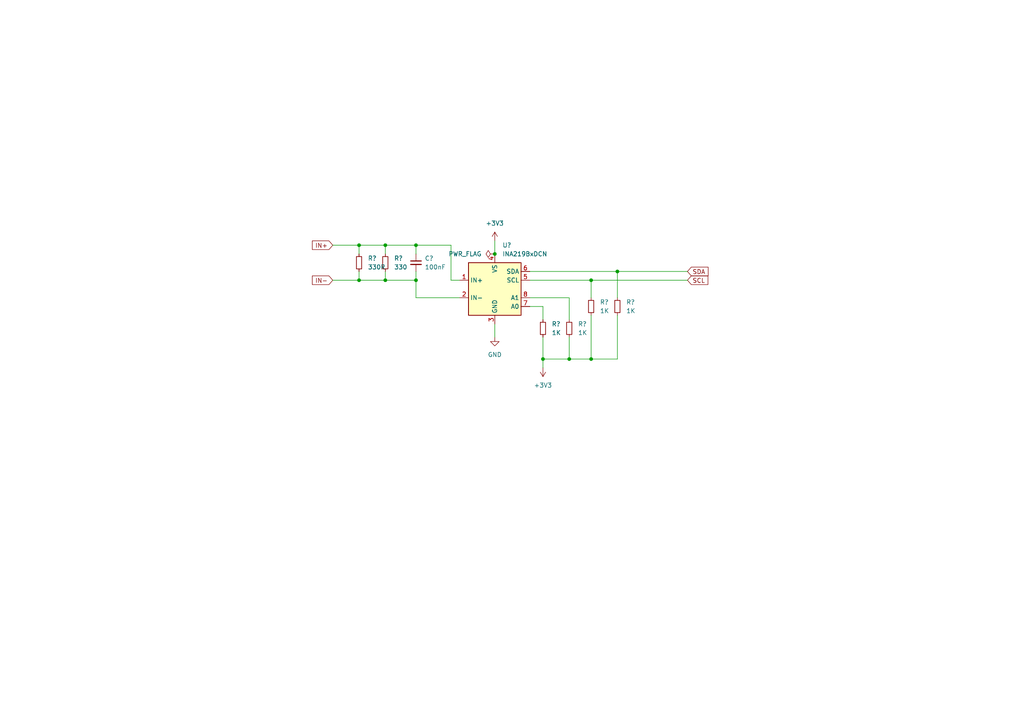
<source format=kicad_sch>
(kicad_sch (version 20230121) (generator eeschema)

  (uuid d7a66b44-d26a-468b-8b57-bf2ac99bf174)

  (paper "A4")

  (lib_symbols
    (symbol "Device:C_Small" (pin_numbers hide) (pin_names (offset 0.254) hide) (in_bom yes) (on_board yes)
      (property "Reference" "C" (at 0.254 1.778 0)
        (effects (font (size 1.27 1.27)) (justify left))
      )
      (property "Value" "C_Small" (at 0.254 -2.032 0)
        (effects (font (size 1.27 1.27)) (justify left))
      )
      (property "Footprint" "" (at 0 0 0)
        (effects (font (size 1.27 1.27)) hide)
      )
      (property "Datasheet" "~" (at 0 0 0)
        (effects (font (size 1.27 1.27)) hide)
      )
      (property "ki_keywords" "capacitor cap" (at 0 0 0)
        (effects (font (size 1.27 1.27)) hide)
      )
      (property "ki_description" "Unpolarized capacitor, small symbol" (at 0 0 0)
        (effects (font (size 1.27 1.27)) hide)
      )
      (property "ki_fp_filters" "C_*" (at 0 0 0)
        (effects (font (size 1.27 1.27)) hide)
      )
      (symbol "C_Small_0_1"
        (polyline
          (pts
            (xy -1.524 -0.508)
            (xy 1.524 -0.508)
          )
          (stroke (width 0.3302) (type default))
          (fill (type none))
        )
        (polyline
          (pts
            (xy -1.524 0.508)
            (xy 1.524 0.508)
          )
          (stroke (width 0.3048) (type default))
          (fill (type none))
        )
      )
      (symbol "C_Small_1_1"
        (pin passive line (at 0 2.54 270) (length 2.032)
          (name "~" (effects (font (size 1.27 1.27))))
          (number "1" (effects (font (size 1.27 1.27))))
        )
        (pin passive line (at 0 -2.54 90) (length 2.032)
          (name "~" (effects (font (size 1.27 1.27))))
          (number "2" (effects (font (size 1.27 1.27))))
        )
      )
    )
    (symbol "Device:R_Small" (pin_numbers hide) (pin_names (offset 0.254) hide) (in_bom yes) (on_board yes)
      (property "Reference" "R" (at 0.762 0.508 0)
        (effects (font (size 1.27 1.27)) (justify left))
      )
      (property "Value" "R_Small" (at 0.762 -1.016 0)
        (effects (font (size 1.27 1.27)) (justify left))
      )
      (property "Footprint" "" (at 0 0 0)
        (effects (font (size 1.27 1.27)) hide)
      )
      (property "Datasheet" "~" (at 0 0 0)
        (effects (font (size 1.27 1.27)) hide)
      )
      (property "ki_keywords" "R resistor" (at 0 0 0)
        (effects (font (size 1.27 1.27)) hide)
      )
      (property "ki_description" "Resistor, small symbol" (at 0 0 0)
        (effects (font (size 1.27 1.27)) hide)
      )
      (property "ki_fp_filters" "R_*" (at 0 0 0)
        (effects (font (size 1.27 1.27)) hide)
      )
      (symbol "R_Small_0_1"
        (rectangle (start -0.762 1.778) (end 0.762 -1.778)
          (stroke (width 0.2032) (type default))
          (fill (type none))
        )
      )
      (symbol "R_Small_1_1"
        (pin passive line (at 0 2.54 270) (length 0.762)
          (name "~" (effects (font (size 1.27 1.27))))
          (number "1" (effects (font (size 1.27 1.27))))
        )
        (pin passive line (at 0 -2.54 90) (length 0.762)
          (name "~" (effects (font (size 1.27 1.27))))
          (number "2" (effects (font (size 1.27 1.27))))
        )
      )
    )
    (symbol "Sensor_Energy:INA219BxDCN" (in_bom yes) (on_board yes)
      (property "Reference" "U" (at -6.35 8.89 0)
        (effects (font (size 1.27 1.27)))
      )
      (property "Value" "INA219BxDCN" (at 6.35 8.89 0)
        (effects (font (size 1.27 1.27)))
      )
      (property "Footprint" "Package_TO_SOT_SMD:SOT-23-8" (at 16.51 -8.89 0)
        (effects (font (size 1.27 1.27)) hide)
      )
      (property "Datasheet" "http://www.ti.com/lit/ds/symlink/ina219.pdf" (at 8.89 -2.54 0)
        (effects (font (size 1.27 1.27)) hide)
      )
      (property "ki_keywords" "ADC I2C 16-Bit Oversampling Current Shunt" (at 0 0 0)
        (effects (font (size 1.27 1.27)) hide)
      )
      (property "ki_description" "Zero-Drift, HighAccuracy, Bidirectional Current/Power Monitor (0-26V) With I2C Interface, SOT-23-8" (at 0 0 0)
        (effects (font (size 1.27 1.27)) hide)
      )
      (property "ki_fp_filters" "SOT?23*" (at 0 0 0)
        (effects (font (size 1.27 1.27)) hide)
      )
      (symbol "INA219BxDCN_0_1"
        (rectangle (start -7.62 7.62) (end 7.62 -7.62)
          (stroke (width 0.254) (type default))
          (fill (type background))
        )
      )
      (symbol "INA219BxDCN_1_1"
        (pin input line (at -10.16 2.54 0) (length 2.54)
          (name "IN+" (effects (font (size 1.27 1.27))))
          (number "1" (effects (font (size 1.27 1.27))))
        )
        (pin input line (at -10.16 -2.54 0) (length 2.54)
          (name "IN-" (effects (font (size 1.27 1.27))))
          (number "2" (effects (font (size 1.27 1.27))))
        )
        (pin power_in line (at 0 -10.16 90) (length 2.54)
          (name "GND" (effects (font (size 1.27 1.27))))
          (number "3" (effects (font (size 1.27 1.27))))
        )
        (pin power_in line (at 0 10.16 270) (length 2.54)
          (name "VS" (effects (font (size 1.27 1.27))))
          (number "4" (effects (font (size 1.27 1.27))))
        )
        (pin input line (at 10.16 2.54 180) (length 2.54)
          (name "SCL" (effects (font (size 1.27 1.27))))
          (number "5" (effects (font (size 1.27 1.27))))
        )
        (pin bidirectional line (at 10.16 5.08 180) (length 2.54)
          (name "SDA" (effects (font (size 1.27 1.27))))
          (number "6" (effects (font (size 1.27 1.27))))
        )
        (pin input line (at 10.16 -5.08 180) (length 2.54)
          (name "A0" (effects (font (size 1.27 1.27))))
          (number "7" (effects (font (size 1.27 1.27))))
        )
        (pin input line (at 10.16 -2.54 180) (length 2.54)
          (name "A1" (effects (font (size 1.27 1.27))))
          (number "8" (effects (font (size 1.27 1.27))))
        )
      )
    )
    (symbol "power:+3V3" (power) (pin_names (offset 0)) (in_bom yes) (on_board yes)
      (property "Reference" "#PWR" (at 0 -3.81 0)
        (effects (font (size 1.27 1.27)) hide)
      )
      (property "Value" "+3V3" (at 0 3.556 0)
        (effects (font (size 1.27 1.27)))
      )
      (property "Footprint" "" (at 0 0 0)
        (effects (font (size 1.27 1.27)) hide)
      )
      (property "Datasheet" "" (at 0 0 0)
        (effects (font (size 1.27 1.27)) hide)
      )
      (property "ki_keywords" "global power" (at 0 0 0)
        (effects (font (size 1.27 1.27)) hide)
      )
      (property "ki_description" "Power symbol creates a global label with name \"+3V3\"" (at 0 0 0)
        (effects (font (size 1.27 1.27)) hide)
      )
      (symbol "+3V3_0_1"
        (polyline
          (pts
            (xy -0.762 1.27)
            (xy 0 2.54)
          )
          (stroke (width 0) (type default))
          (fill (type none))
        )
        (polyline
          (pts
            (xy 0 0)
            (xy 0 2.54)
          )
          (stroke (width 0) (type default))
          (fill (type none))
        )
        (polyline
          (pts
            (xy 0 2.54)
            (xy 0.762 1.27)
          )
          (stroke (width 0) (type default))
          (fill (type none))
        )
      )
      (symbol "+3V3_1_1"
        (pin power_in line (at 0 0 90) (length 0) hide
          (name "+3V3" (effects (font (size 1.27 1.27))))
          (number "1" (effects (font (size 1.27 1.27))))
        )
      )
    )
    (symbol "power:GND" (power) (pin_names (offset 0)) (in_bom yes) (on_board yes)
      (property "Reference" "#PWR" (at 0 -6.35 0)
        (effects (font (size 1.27 1.27)) hide)
      )
      (property "Value" "GND" (at 0 -3.81 0)
        (effects (font (size 1.27 1.27)))
      )
      (property "Footprint" "" (at 0 0 0)
        (effects (font (size 1.27 1.27)) hide)
      )
      (property "Datasheet" "" (at 0 0 0)
        (effects (font (size 1.27 1.27)) hide)
      )
      (property "ki_keywords" "global power" (at 0 0 0)
        (effects (font (size 1.27 1.27)) hide)
      )
      (property "ki_description" "Power symbol creates a global label with name \"GND\" , ground" (at 0 0 0)
        (effects (font (size 1.27 1.27)) hide)
      )
      (symbol "GND_0_1"
        (polyline
          (pts
            (xy 0 0)
            (xy 0 -1.27)
            (xy 1.27 -1.27)
            (xy 0 -2.54)
            (xy -1.27 -1.27)
            (xy 0 -1.27)
          )
          (stroke (width 0) (type default))
          (fill (type none))
        )
      )
      (symbol "GND_1_1"
        (pin power_in line (at 0 0 270) (length 0) hide
          (name "GND" (effects (font (size 1.27 1.27))))
          (number "1" (effects (font (size 1.27 1.27))))
        )
      )
    )
    (symbol "power:PWR_FLAG" (power) (pin_numbers hide) (pin_names (offset 0) hide) (in_bom yes) (on_board yes)
      (property "Reference" "#FLG" (at 0 1.905 0)
        (effects (font (size 1.27 1.27)) hide)
      )
      (property "Value" "PWR_FLAG" (at 0 3.81 0)
        (effects (font (size 1.27 1.27)))
      )
      (property "Footprint" "" (at 0 0 0)
        (effects (font (size 1.27 1.27)) hide)
      )
      (property "Datasheet" "~" (at 0 0 0)
        (effects (font (size 1.27 1.27)) hide)
      )
      (property "ki_keywords" "flag power" (at 0 0 0)
        (effects (font (size 1.27 1.27)) hide)
      )
      (property "ki_description" "Special symbol for telling ERC where power comes from" (at 0 0 0)
        (effects (font (size 1.27 1.27)) hide)
      )
      (symbol "PWR_FLAG_0_0"
        (pin power_out line (at 0 0 90) (length 0)
          (name "pwr" (effects (font (size 1.27 1.27))))
          (number "1" (effects (font (size 1.27 1.27))))
        )
      )
      (symbol "PWR_FLAG_0_1"
        (polyline
          (pts
            (xy 0 0)
            (xy 0 1.27)
            (xy -1.016 1.905)
            (xy 0 2.54)
            (xy 1.016 1.905)
            (xy 0 1.27)
          )
          (stroke (width 0) (type default))
          (fill (type none))
        )
      )
    )
  )

  (junction (at 111.76 71.12) (diameter 0) (color 0 0 0 0)
    (uuid 082196c8-61d3-4452-b7ea-edbd6813fac3)
  )
  (junction (at 171.45 104.14) (diameter 0) (color 0 0 0 0)
    (uuid 13a78eca-fa99-44cc-b1c4-92abcee54b77)
  )
  (junction (at 120.65 71.12) (diameter 0) (color 0 0 0 0)
    (uuid 24c701cc-e1e7-411a-8504-dc92c42cebe6)
  )
  (junction (at 104.14 81.28) (diameter 0) (color 0 0 0 0)
    (uuid 5ca7092a-6468-4f07-b737-b5f673562d73)
  )
  (junction (at 104.14 71.12) (diameter 0) (color 0 0 0 0)
    (uuid 60d0fde1-0232-4795-8e44-39f247bd784c)
  )
  (junction (at 157.48 104.14) (diameter 0) (color 0 0 0 0)
    (uuid 61762171-89cc-4286-865f-5850844d2efa)
  )
  (junction (at 165.1 104.14) (diameter 0) (color 0 0 0 0)
    (uuid 6f7be85c-bd85-4a7e-bec0-a6dc58ad9cce)
  )
  (junction (at 120.65 81.28) (diameter 0) (color 0 0 0 0)
    (uuid 70422691-41c4-4ad4-a78b-5100872f2692)
  )
  (junction (at 179.07 78.74) (diameter 0) (color 0 0 0 0)
    (uuid 8ba2f30b-a1b7-4259-9850-cd52c9b042db)
  )
  (junction (at 171.45 81.28) (diameter 0) (color 0 0 0 0)
    (uuid b91b1cc5-b482-4420-89ff-4a9c791352d2)
  )
  (junction (at 143.51 73.66) (diameter 0) (color 0 0 0 0)
    (uuid c4abede5-d31a-4c95-a3f9-857e430ff0c6)
  )
  (junction (at 111.76 81.28) (diameter 0) (color 0 0 0 0)
    (uuid e4e24cea-8526-4a2c-8081-34ca9c7b730e)
  )

  (wire (pts (xy 179.07 91.44) (xy 179.07 104.14))
    (stroke (width 0) (type default))
    (uuid 0ced96dc-b66a-4d79-9ea2-59058ca96a69)
  )
  (wire (pts (xy 171.45 81.28) (xy 199.39 81.28))
    (stroke (width 0) (type default))
    (uuid 0f673dea-e111-4b87-9b2d-e1a225e04983)
  )
  (wire (pts (xy 111.76 78.74) (xy 111.76 81.28))
    (stroke (width 0) (type default))
    (uuid 1e097971-0f2b-4af3-8e9e-a8aefb6a4610)
  )
  (wire (pts (xy 157.48 104.14) (xy 157.48 97.79))
    (stroke (width 0) (type default))
    (uuid 22d1961d-6e6d-42f3-9f13-2baff2d7798e)
  )
  (wire (pts (xy 153.67 81.28) (xy 171.45 81.28))
    (stroke (width 0) (type default))
    (uuid 2573a7ce-e899-43ba-801d-f00710222655)
  )
  (wire (pts (xy 157.48 104.14) (xy 157.48 106.68))
    (stroke (width 0) (type default))
    (uuid 2a00c2f1-14bb-4697-a687-01c6a935b0b5)
  )
  (wire (pts (xy 143.51 69.85) (xy 143.51 73.66))
    (stroke (width 0) (type default))
    (uuid 2df2fb7b-c7f9-4ede-989c-fb1aadcf95c4)
  )
  (wire (pts (xy 104.14 71.12) (xy 111.76 71.12))
    (stroke (width 0) (type default))
    (uuid 50292f64-d591-4ba9-885d-bfa232525996)
  )
  (wire (pts (xy 171.45 91.44) (xy 171.45 104.14))
    (stroke (width 0) (type default))
    (uuid 518aa3bb-a756-4324-bd75-91b6a0867920)
  )
  (wire (pts (xy 120.65 78.74) (xy 120.65 81.28))
    (stroke (width 0) (type default))
    (uuid 52ee4384-4b4a-4b10-acc9-8ddadc9f4edc)
  )
  (wire (pts (xy 120.65 71.12) (xy 120.65 73.66))
    (stroke (width 0) (type default))
    (uuid 57b68148-3618-4aca-805e-62fbe9246c3d)
  )
  (wire (pts (xy 165.1 92.71) (xy 165.1 86.36))
    (stroke (width 0) (type default))
    (uuid 6855c387-71e7-43d4-9278-343b4baade42)
  )
  (wire (pts (xy 96.52 71.12) (xy 104.14 71.12))
    (stroke (width 0) (type default))
    (uuid 69da077a-748b-47c6-8231-d89c1f8433c2)
  )
  (wire (pts (xy 165.1 104.14) (xy 157.48 104.14))
    (stroke (width 0) (type default))
    (uuid 76a7ff59-25fd-4f18-a611-f7cbdd3eb9b2)
  )
  (wire (pts (xy 165.1 86.36) (xy 153.67 86.36))
    (stroke (width 0) (type default))
    (uuid 7f7d9ff2-93a2-4986-9f1e-8b533bbdf8e3)
  )
  (wire (pts (xy 120.65 86.36) (xy 133.35 86.36))
    (stroke (width 0) (type default))
    (uuid 8a4ab18a-0cdd-4b90-930d-c11e8457d685)
  )
  (wire (pts (xy 179.07 78.74) (xy 179.07 86.36))
    (stroke (width 0) (type default))
    (uuid 9c696872-d3a0-42fd-8dec-82c9195c34a9)
  )
  (wire (pts (xy 120.65 71.12) (xy 130.81 71.12))
    (stroke (width 0) (type default))
    (uuid 9d5d049f-69d7-4163-89b2-a9329f9a7500)
  )
  (wire (pts (xy 120.65 81.28) (xy 120.65 86.36))
    (stroke (width 0) (type default))
    (uuid a02be0d4-4376-49b8-9da4-b288697a2867)
  )
  (wire (pts (xy 111.76 71.12) (xy 111.76 73.66))
    (stroke (width 0) (type default))
    (uuid a9736fbc-19cf-440d-8dae-ed2f55098a1c)
  )
  (wire (pts (xy 111.76 81.28) (xy 120.65 81.28))
    (stroke (width 0) (type default))
    (uuid b99e5eb4-4bd2-458a-8fc3-74cca8cc66f0)
  )
  (wire (pts (xy 179.07 78.74) (xy 199.39 78.74))
    (stroke (width 0) (type default))
    (uuid c303bb41-1b45-49b0-a1eb-2e51e3979329)
  )
  (wire (pts (xy 96.52 81.28) (xy 104.14 81.28))
    (stroke (width 0) (type default))
    (uuid c70e9b45-af58-4504-be8e-74577dd31a82)
  )
  (wire (pts (xy 153.67 78.74) (xy 179.07 78.74))
    (stroke (width 0) (type default))
    (uuid caacf8a6-1831-43c1-b946-87116128bffb)
  )
  (wire (pts (xy 104.14 78.74) (xy 104.14 81.28))
    (stroke (width 0) (type default))
    (uuid cbe5c1a2-2d84-418a-9d49-41b61ad9f210)
  )
  (wire (pts (xy 130.81 71.12) (xy 130.81 81.28))
    (stroke (width 0) (type default))
    (uuid cef03e2a-cb95-4c60-9869-d881612d84b3)
  )
  (wire (pts (xy 165.1 97.79) (xy 165.1 104.14))
    (stroke (width 0) (type default))
    (uuid d3ba275f-7816-4b2c-8bea-82357c8380fd)
  )
  (wire (pts (xy 104.14 81.28) (xy 111.76 81.28))
    (stroke (width 0) (type default))
    (uuid d7c6bf1e-7d8a-4297-9365-7c07ae20d06b)
  )
  (wire (pts (xy 179.07 104.14) (xy 171.45 104.14))
    (stroke (width 0) (type default))
    (uuid d7f24d80-b1c4-40f5-9497-5e86d11a2692)
  )
  (wire (pts (xy 111.76 71.12) (xy 120.65 71.12))
    (stroke (width 0) (type default))
    (uuid d80ab5d5-510f-4a59-9a01-77fb36205946)
  )
  (wire (pts (xy 157.48 92.71) (xy 157.48 88.9))
    (stroke (width 0) (type default))
    (uuid d8278d61-dc89-4ff2-a1e1-74e729555b9c)
  )
  (wire (pts (xy 143.51 93.98) (xy 143.51 97.79))
    (stroke (width 0) (type default))
    (uuid e2562878-90bc-4f6f-b5bf-47df5023995d)
  )
  (wire (pts (xy 171.45 104.14) (xy 165.1 104.14))
    (stroke (width 0) (type default))
    (uuid e76e8823-9dd2-4573-8a3d-5a78707d5788)
  )
  (wire (pts (xy 171.45 81.28) (xy 171.45 86.36))
    (stroke (width 0) (type default))
    (uuid ec97de5b-2c58-4656-8080-69cc74db39a0)
  )
  (wire (pts (xy 104.14 71.12) (xy 104.14 73.66))
    (stroke (width 0) (type default))
    (uuid f1644dd0-8731-447d-89ae-e4e710778d73)
  )
  (wire (pts (xy 130.81 81.28) (xy 133.35 81.28))
    (stroke (width 0) (type default))
    (uuid f24e8b24-fe28-45d7-b139-b00db034c698)
  )
  (wire (pts (xy 157.48 88.9) (xy 153.67 88.9))
    (stroke (width 0) (type default))
    (uuid ff0be699-dc3a-4b2f-958b-7025b415cadf)
  )

  (global_label "SCL" (shape input) (at 199.39 81.28 0) (fields_autoplaced)
    (effects (font (size 1.27 1.27)) (justify left))
    (uuid 63d3c2d2-ef37-4ce6-bd78-7b211bf0131f)
    (property "Intersheetrefs" "${INTERSHEET_REFS}" (at 205.8828 81.28 0)
      (effects (font (size 1.27 1.27)) (justify left) hide)
    )
  )
  (global_label "IN-" (shape input) (at 96.52 81.28 180) (fields_autoplaced)
    (effects (font (size 1.27 1.27)) (justify right))
    (uuid a56d0a41-375e-4605-b123-2470e01d865f)
    (property "Intersheetrefs" "${INTERSHEET_REFS}" (at 90.0271 81.28 0)
      (effects (font (size 1.27 1.27)) (justify right) hide)
    )
  )
  (global_label "IN+" (shape input) (at 96.52 71.12 180) (fields_autoplaced)
    (effects (font (size 1.27 1.27)) (justify right))
    (uuid ba32eafb-eae3-4ae5-a290-4f602fbe35fe)
    (property "Intersheetrefs" "${INTERSHEET_REFS}" (at 90.0271 71.12 0)
      (effects (font (size 1.27 1.27)) (justify right) hide)
    )
  )
  (global_label "SDA" (shape input) (at 199.39 78.74 0) (fields_autoplaced)
    (effects (font (size 1.27 1.27)) (justify left))
    (uuid bd12b639-7abc-4e07-bd34-25ad7ac5b1ed)
    (property "Intersheetrefs" "${INTERSHEET_REFS}" (at 205.9433 78.74 0)
      (effects (font (size 1.27 1.27)) (justify left) hide)
    )
  )

  (symbol (lib_id "Device:C_Small") (at 120.65 76.2 0) (unit 1)
    (in_bom yes) (on_board yes) (dnp no) (fields_autoplaced)
    (uuid 34bb15aa-0d9f-45ea-ae5a-ed049b08a2d1)
    (property "Reference" "C?" (at 123.19 74.9363 0)
      (effects (font (size 1.27 1.27)) (justify left))
    )
    (property "Value" "100nF" (at 123.19 77.4763 0)
      (effects (font (size 1.27 1.27)) (justify left))
    )
    (property "Footprint" "Capacitor_SMD:C_0805_2012Metric" (at 120.65 76.2 0)
      (effects (font (size 1.27 1.27)) hide)
    )
    (property "Datasheet" "~" (at 120.65 76.2 0)
      (effects (font (size 1.27 1.27)) hide)
    )
    (pin "1" (uuid 458b3812-11e4-43bc-8598-d23ff8a49b1a))
    (pin "2" (uuid f5dc2720-d78f-45a9-b7f8-b17bb525173c))
    (instances
      (project "proje1"
        (path "/de2361f6-4d87-41b2-bc17-0dac66eece83"
          (reference "C?") (unit 1)
        )
        (path "/de2361f6-4d87-41b2-bc17-0dac66eece83/15e432ca-8524-4893-b57b-629634542fd8"
          (reference "C17") (unit 1)
        )
      )
    )
  )

  (symbol (lib_id "Device:R_Small") (at 111.76 76.2 0) (unit 1)
    (in_bom yes) (on_board yes) (dnp no) (fields_autoplaced)
    (uuid 41eb1ccb-3171-4239-9d21-a4015c62bb7b)
    (property "Reference" "R?" (at 114.3 74.93 0)
      (effects (font (size 1.27 1.27)) (justify left))
    )
    (property "Value" "330" (at 114.3 77.47 0)
      (effects (font (size 1.27 1.27)) (justify left))
    )
    (property "Footprint" "Resistor_SMD:R_0805_2012Metric" (at 111.76 76.2 0)
      (effects (font (size 1.27 1.27)) hide)
    )
    (property "Datasheet" "~" (at 111.76 76.2 0)
      (effects (font (size 1.27 1.27)) hide)
    )
    (pin "1" (uuid 6fa21cb4-3c25-4258-8526-9663ced38d66))
    (pin "2" (uuid faa0613f-7a5f-4c7a-9103-d9c4d22ae081))
    (instances
      (project "proje1"
        (path "/de2361f6-4d87-41b2-bc17-0dac66eece83"
          (reference "R?") (unit 1)
        )
        (path "/de2361f6-4d87-41b2-bc17-0dac66eece83/15e432ca-8524-4893-b57b-629634542fd8"
          (reference "R13") (unit 1)
        )
      )
    )
  )

  (symbol (lib_id "Device:R_Small") (at 171.45 88.9 0) (unit 1)
    (in_bom yes) (on_board yes) (dnp no) (fields_autoplaced)
    (uuid 6bb59f4f-d6bf-4689-960e-7f889bd1cb27)
    (property "Reference" "R?" (at 173.99 87.63 0)
      (effects (font (size 1.27 1.27)) (justify left))
    )
    (property "Value" "1K" (at 173.99 90.17 0)
      (effects (font (size 1.27 1.27)) (justify left))
    )
    (property "Footprint" "Resistor_SMD:R_0805_2012Metric" (at 171.45 88.9 0)
      (effects (font (size 1.27 1.27)) hide)
    )
    (property "Datasheet" "~" (at 171.45 88.9 0)
      (effects (font (size 1.27 1.27)) hide)
    )
    (pin "1" (uuid 61360a0a-d379-436b-a689-15a4e86f9cd5))
    (pin "2" (uuid 1afd19c4-4bf2-409c-8ea8-f1a87e06a31c))
    (instances
      (project "proje1"
        (path "/de2361f6-4d87-41b2-bc17-0dac66eece83"
          (reference "R?") (unit 1)
        )
        (path "/de2361f6-4d87-41b2-bc17-0dac66eece83/15e432ca-8524-4893-b57b-629634542fd8"
          (reference "R16") (unit 1)
        )
      )
    )
  )

  (symbol (lib_id "power:+3V3") (at 143.51 69.85 0) (unit 1)
    (in_bom yes) (on_board yes) (dnp no) (fields_autoplaced)
    (uuid 75607b20-e523-4499-8cb0-81a3651f3363)
    (property "Reference" "#PWR016" (at 143.51 73.66 0)
      (effects (font (size 1.27 1.27)) hide)
    )
    (property "Value" "+3V3" (at 143.51 64.77 0)
      (effects (font (size 1.27 1.27)))
    )
    (property "Footprint" "" (at 143.51 69.85 0)
      (effects (font (size 1.27 1.27)) hide)
    )
    (property "Datasheet" "" (at 143.51 69.85 0)
      (effects (font (size 1.27 1.27)) hide)
    )
    (pin "1" (uuid 41d539d3-4213-4bcd-ab3e-4b9888b3fda0))
    (instances
      (project "proje1"
        (path "/de2361f6-4d87-41b2-bc17-0dac66eece83"
          (reference "#PWR016") (unit 1)
        )
        (path "/de2361f6-4d87-41b2-bc17-0dac66eece83/15e432ca-8524-4893-b57b-629634542fd8"
          (reference "#PWR018") (unit 1)
        )
      )
    )
  )

  (symbol (lib_id "Device:R_Small") (at 165.1 95.25 0) (unit 1)
    (in_bom yes) (on_board yes) (dnp no) (fields_autoplaced)
    (uuid 7be23603-ee03-4e8d-a8e3-2efe883439c2)
    (property "Reference" "R?" (at 167.64 93.98 0)
      (effects (font (size 1.27 1.27)) (justify left))
    )
    (property "Value" "1K" (at 167.64 96.52 0)
      (effects (font (size 1.27 1.27)) (justify left))
    )
    (property "Footprint" "Resistor_SMD:R_0805_2012Metric" (at 165.1 95.25 0)
      (effects (font (size 1.27 1.27)) hide)
    )
    (property "Datasheet" "~" (at 165.1 95.25 0)
      (effects (font (size 1.27 1.27)) hide)
    )
    (pin "1" (uuid 04804a73-f283-46d8-bcc7-9b6e3a30528b))
    (pin "2" (uuid 333616aa-1d35-42eb-a876-e8fa2ede189a))
    (instances
      (project "proje1"
        (path "/de2361f6-4d87-41b2-bc17-0dac66eece83"
          (reference "R?") (unit 1)
        )
        (path "/de2361f6-4d87-41b2-bc17-0dac66eece83/15e432ca-8524-4893-b57b-629634542fd8"
          (reference "R15") (unit 1)
        )
      )
    )
  )

  (symbol (lib_id "power:GND") (at 143.51 97.79 0) (unit 1)
    (in_bom yes) (on_board yes) (dnp no) (fields_autoplaced)
    (uuid 8e7fb55b-6248-4ff4-98c8-71870197af13)
    (property "Reference" "#PWR010" (at 143.51 104.14 0)
      (effects (font (size 1.27 1.27)) hide)
    )
    (property "Value" "GND" (at 143.51 102.87 0)
      (effects (font (size 1.27 1.27)))
    )
    (property "Footprint" "" (at 143.51 97.79 0)
      (effects (font (size 1.27 1.27)) hide)
    )
    (property "Datasheet" "" (at 143.51 97.79 0)
      (effects (font (size 1.27 1.27)) hide)
    )
    (pin "1" (uuid 366423ea-6a9a-4516-b70b-c81930c7936c))
    (instances
      (project "proje1"
        (path "/de2361f6-4d87-41b2-bc17-0dac66eece83"
          (reference "#PWR010") (unit 1)
        )
        (path "/de2361f6-4d87-41b2-bc17-0dac66eece83/15e432ca-8524-4893-b57b-629634542fd8"
          (reference "#PWR019") (unit 1)
        )
      )
    )
  )

  (symbol (lib_id "Sensor_Energy:INA219BxDCN") (at 143.51 83.82 0) (unit 1)
    (in_bom yes) (on_board yes) (dnp no) (fields_autoplaced)
    (uuid 91eb69a0-45af-4d12-a18e-6ec1ab98e2b3)
    (property "Reference" "U?" (at 145.7041 71.12 0)
      (effects (font (size 1.27 1.27)) (justify left))
    )
    (property "Value" "INA219BxDCN" (at 145.7041 73.66 0)
      (effects (font (size 1.27 1.27)) (justify left))
    )
    (property "Footprint" "Package_TO_SOT_SMD:SOT-23-8" (at 160.02 92.71 0)
      (effects (font (size 1.27 1.27)) hide)
    )
    (property "Datasheet" "http://www.ti.com/lit/ds/symlink/ina219.pdf" (at 152.4 86.36 0)
      (effects (font (size 1.27 1.27)) hide)
    )
    (pin "1" (uuid 8d2b2f6e-b583-424c-bf30-ea652fb04f25))
    (pin "2" (uuid d3201c32-b3b1-42be-9872-8936f1572d85))
    (pin "3" (uuid ea9250ef-4aea-41ad-95f1-823ccb9261b0))
    (pin "4" (uuid d4df457c-53b2-413d-941f-efe98504e69d))
    (pin "5" (uuid f1aafc84-a6a1-4e9a-ae58-625410984839))
    (pin "6" (uuid 1daf9ac5-5751-420a-901b-dad3a3273995))
    (pin "7" (uuid 2b4667e5-bc6d-4daf-9ff5-622a3933d455))
    (pin "8" (uuid d0923cdb-6003-48f9-8434-685e9719ba14))
    (instances
      (project "proje1"
        (path "/de2361f6-4d87-41b2-bc17-0dac66eece83"
          (reference "U?") (unit 1)
        )
        (path "/de2361f6-4d87-41b2-bc17-0dac66eece83/15e432ca-8524-4893-b57b-629634542fd8"
          (reference "U9") (unit 1)
        )
      )
    )
  )

  (symbol (lib_id "power:+3V3") (at 157.48 106.68 180) (unit 1)
    (in_bom yes) (on_board yes) (dnp no) (fields_autoplaced)
    (uuid 9870f4f8-82da-42f1-b6ab-37767bbcc821)
    (property "Reference" "#PWR015" (at 157.48 102.87 0)
      (effects (font (size 1.27 1.27)) hide)
    )
    (property "Value" "+3V3" (at 157.48 111.76 0)
      (effects (font (size 1.27 1.27)))
    )
    (property "Footprint" "" (at 157.48 106.68 0)
      (effects (font (size 1.27 1.27)) hide)
    )
    (property "Datasheet" "" (at 157.48 106.68 0)
      (effects (font (size 1.27 1.27)) hide)
    )
    (pin "1" (uuid ef7912d6-5f56-4ad6-b689-7a22a00cecbe))
    (instances
      (project "proje1"
        (path "/de2361f6-4d87-41b2-bc17-0dac66eece83"
          (reference "#PWR015") (unit 1)
        )
        (path "/de2361f6-4d87-41b2-bc17-0dac66eece83/15e432ca-8524-4893-b57b-629634542fd8"
          (reference "#PWR020") (unit 1)
        )
      )
    )
  )

  (symbol (lib_id "Device:R_Small") (at 179.07 88.9 0) (unit 1)
    (in_bom yes) (on_board yes) (dnp no) (fields_autoplaced)
    (uuid b7af86da-106d-43da-b0e4-e4ec1ae4f969)
    (property "Reference" "R?" (at 181.61 87.63 0)
      (effects (font (size 1.27 1.27)) (justify left))
    )
    (property "Value" "1K" (at 181.61 90.17 0)
      (effects (font (size 1.27 1.27)) (justify left))
    )
    (property "Footprint" "Resistor_SMD:R_0805_2012Metric" (at 179.07 88.9 0)
      (effects (font (size 1.27 1.27)) hide)
    )
    (property "Datasheet" "~" (at 179.07 88.9 0)
      (effects (font (size 1.27 1.27)) hide)
    )
    (pin "1" (uuid 3c399229-dcd6-4bbb-ba12-4d781c95e489))
    (pin "2" (uuid 5269cb33-43ba-4a68-abc9-62ab6dfe81a6))
    (instances
      (project "proje1"
        (path "/de2361f6-4d87-41b2-bc17-0dac66eece83"
          (reference "R?") (unit 1)
        )
        (path "/de2361f6-4d87-41b2-bc17-0dac66eece83/15e432ca-8524-4893-b57b-629634542fd8"
          (reference "R17") (unit 1)
        )
      )
    )
  )

  (symbol (lib_id "Device:R_Small") (at 104.14 76.2 0) (unit 1)
    (in_bom yes) (on_board yes) (dnp no) (fields_autoplaced)
    (uuid d6ddfe05-cce4-49dd-9b55-f8bc036b41f8)
    (property "Reference" "R?" (at 106.68 74.93 0)
      (effects (font (size 1.27 1.27)) (justify left))
    )
    (property "Value" "330R" (at 106.68 77.47 0)
      (effects (font (size 1.27 1.27)) (justify left))
    )
    (property "Footprint" "Resistor_SMD:R_0805_2012Metric" (at 104.14 76.2 0)
      (effects (font (size 1.27 1.27)) hide)
    )
    (property "Datasheet" "~" (at 104.14 76.2 0)
      (effects (font (size 1.27 1.27)) hide)
    )
    (pin "1" (uuid 78ca40d2-f5a7-489c-b2a0-36ac2312d33e))
    (pin "2" (uuid a2aacbb8-972b-4506-a118-f97894294138))
    (instances
      (project "proje1"
        (path "/de2361f6-4d87-41b2-bc17-0dac66eece83"
          (reference "R?") (unit 1)
        )
        (path "/de2361f6-4d87-41b2-bc17-0dac66eece83/15e432ca-8524-4893-b57b-629634542fd8"
          (reference "R12") (unit 1)
        )
      )
    )
  )

  (symbol (lib_id "Device:R_Small") (at 157.48 95.25 0) (unit 1)
    (in_bom yes) (on_board yes) (dnp no) (fields_autoplaced)
    (uuid dc140e51-f2c9-4e34-9d74-51817bf609d4)
    (property "Reference" "R?" (at 160.02 93.98 0)
      (effects (font (size 1.27 1.27)) (justify left))
    )
    (property "Value" "1K" (at 160.02 96.52 0)
      (effects (font (size 1.27 1.27)) (justify left))
    )
    (property "Footprint" "Resistor_SMD:R_0805_2012Metric" (at 157.48 95.25 0)
      (effects (font (size 1.27 1.27)) hide)
    )
    (property "Datasheet" "~" (at 157.48 95.25 0)
      (effects (font (size 1.27 1.27)) hide)
    )
    (pin "1" (uuid 1cc2a0fd-b6a6-4ef0-b31b-41f91d59e8c4))
    (pin "2" (uuid 2c2bf184-75e7-4747-b860-c31b695fd143))
    (instances
      (project "proje1"
        (path "/de2361f6-4d87-41b2-bc17-0dac66eece83"
          (reference "R?") (unit 1)
        )
        (path "/de2361f6-4d87-41b2-bc17-0dac66eece83/15e432ca-8524-4893-b57b-629634542fd8"
          (reference "R14") (unit 1)
        )
      )
    )
  )

  (symbol (lib_id "power:PWR_FLAG") (at 143.51 73.66 90) (unit 1)
    (in_bom yes) (on_board yes) (dnp no) (fields_autoplaced)
    (uuid fea3401f-da85-4de5-a039-827f8052af4c)
    (property "Reference" "#FLG01" (at 141.605 73.66 0)
      (effects (font (size 1.27 1.27)) hide)
    )
    (property "Value" "PWR_FLAG" (at 139.7 73.66 90)
      (effects (font (size 1.27 1.27)) (justify left))
    )
    (property "Footprint" "" (at 143.51 73.66 0)
      (effects (font (size 1.27 1.27)) hide)
    )
    (property "Datasheet" "~" (at 143.51 73.66 0)
      (effects (font (size 1.27 1.27)) hide)
    )
    (pin "1" (uuid 19e63641-9049-44ff-9924-844b39781635))
    (instances
      (project "proje1"
        (path "/de2361f6-4d87-41b2-bc17-0dac66eece83/15e432ca-8524-4893-b57b-629634542fd8"
          (reference "#FLG01") (unit 1)
        )
      )
    )
  )
)

</source>
